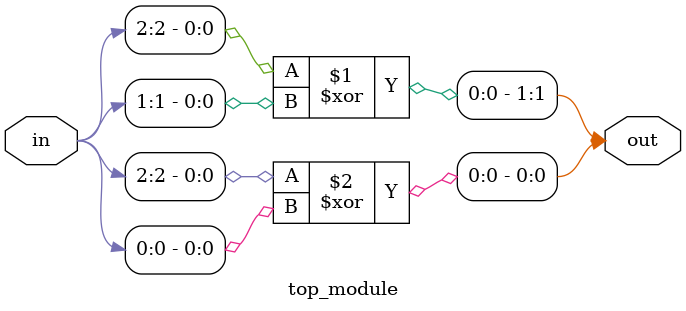
<source format=sv>
module top_module (
	input [2:0] in,
	output [1:0] out
);

	// Logic for addition
	assign out[1] = in[2] ^ in[1];
	assign out[0] = in[2] ^ in[0];
  
endmodule

</source>
